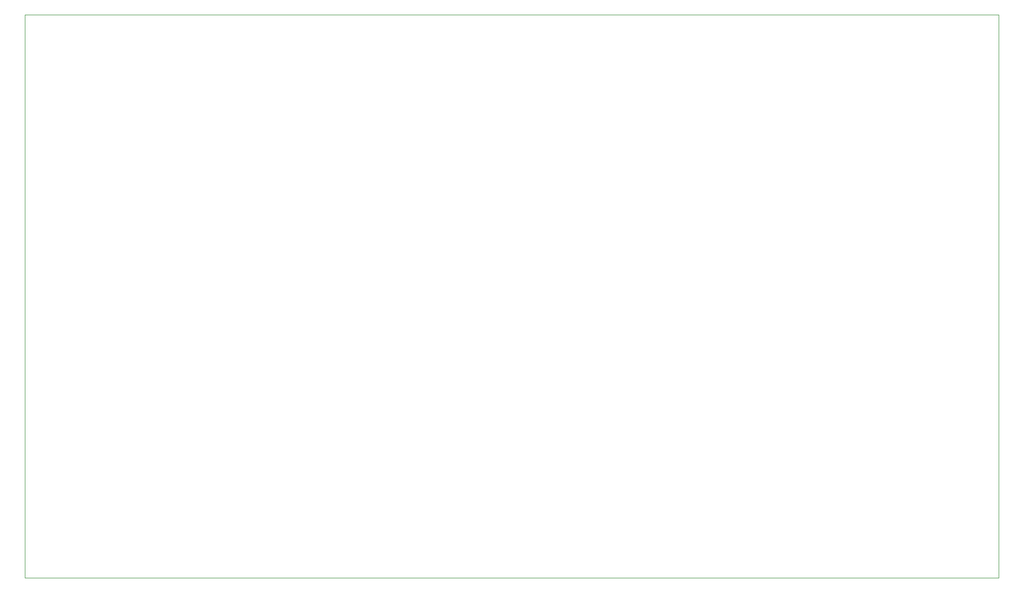
<source format=gbr>
%TF.GenerationSoftware,KiCad,Pcbnew,(6.0.2)*%
%TF.CreationDate,2022-07-12T14:07:49-04:00*%
%TF.ProjectId,RDL_revD6,52444c5f-7265-4764-9436-2e6b69636164,Rev D6*%
%TF.SameCoordinates,Original*%
%TF.FileFunction,Profile,NP*%
%FSLAX46Y46*%
G04 Gerber Fmt 4.6, Leading zero omitted, Abs format (unit mm)*
G04 Created by KiCad (PCBNEW (6.0.2)) date 2022-07-12 14:07:49*
%MOMM*%
%LPD*%
G01*
G04 APERTURE LIST*
%TA.AperFunction,Profile*%
%ADD10C,0.100000*%
%TD*%
G04 APERTURE END LIST*
D10*
X68580000Y-43180000D02*
X231140000Y-43180000D01*
X231140000Y-43180000D02*
X231140000Y-137160000D01*
X231140000Y-137160000D02*
X68580000Y-137160000D01*
X68580000Y-137160000D02*
X68580000Y-43180000D01*
M02*

</source>
